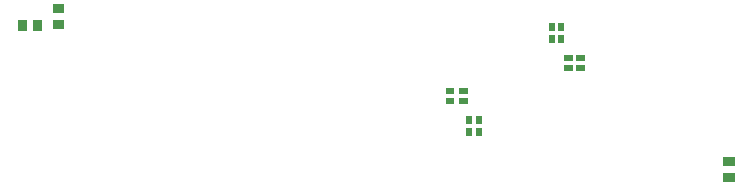
<source format=gbr>
G04 start of page 10 for group -4014 idx -4014 *
G04 Title: (unknown), bottompaste *
G04 Creator: pcb 1.99y *
G04 CreationDate: Tue 31 Mar 2009 05:55:46 AM GMT UTC *
G04 For: jean *
G04 Format: Gerber/RS-274X *
G04 PCB-Dimensions: 600000 500000 *
G04 PCB-Coordinate-Origin: lower left *
%MOIN*%
%FSLAX25Y25*%
%LNBACKPASTE*%
%ADD20R,0.0295X0.0295*%
%ADD21R,0.0197X0.0197*%
G54D21*X287107Y419926D02*X287893D01*
X287107Y423074D02*X287893D01*
X326607Y434074D02*X327393D01*
X326607Y430926D02*X327393D01*
X291607Y419926D02*X292393D01*
X291607Y423074D02*X292393D01*
G54D20*X156508Y445441D02*X157492D01*
X156508Y450559D02*X157492D01*
G54D21*X324574Y440893D02*Y440107D01*
X321426Y440893D02*Y440107D01*
X324574Y444893D02*Y444107D01*
X321426Y444893D02*Y444107D01*
X330607Y434074D02*X331393D01*
X330607Y430926D02*X331393D01*
G54D20*X380008Y399559D02*X380992D01*
X380008Y394441D02*X380992D01*
X150059Y445492D02*Y444508D01*
X144941Y445492D02*Y444508D01*
G54D21*X293926Y409893D02*Y409107D01*
X297074Y409893D02*Y409107D01*
X293926Y413893D02*Y413107D01*
X297074Y413893D02*Y413107D01*
M02*

</source>
